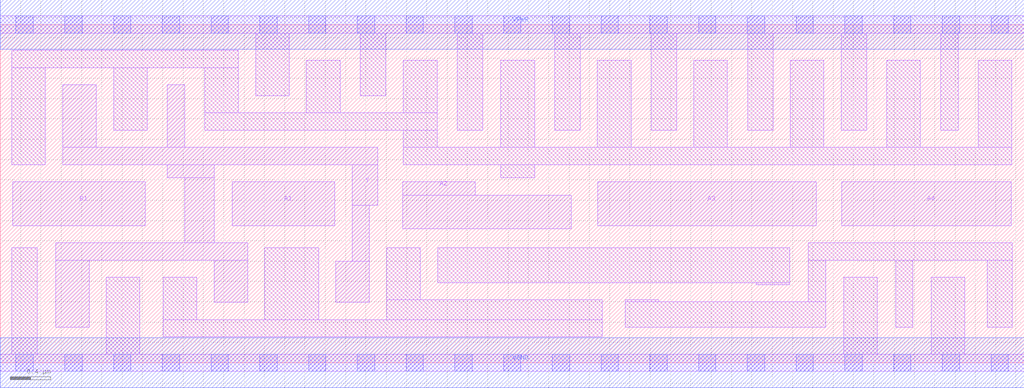
<source format=lef>
# Copyright 2020 The SkyWater PDK Authors
#
# Licensed under the Apache License, Version 2.0 (the "License");
# you may not use this file except in compliance with the License.
# You may obtain a copy of the License at
#
#     https://www.apache.org/licenses/LICENSE-2.0
#
# Unless required by applicable law or agreed to in writing, software
# distributed under the License is distributed on an "AS IS" BASIS,
# WITHOUT WARRANTIES OR CONDITIONS OF ANY KIND, either express or implied.
# See the License for the specific language governing permissions and
# limitations under the License.
#
# SPDX-License-Identifier: Apache-2.0

VERSION 5.7 ;
  NAMESCASESENSITIVE ON ;
  NOWIREEXTENSIONATPIN ON ;
  DIVIDERCHAR "/" ;
  BUSBITCHARS "[]" ;
UNITS
  DATABASE MICRONS 200 ;
END UNITS
MACRO sky130_fd_sc_ms__a41oi_4
  CLASS CORE ;
  SOURCE USER ;
  FOREIGN sky130_fd_sc_ms__a41oi_4 ;
  ORIGIN  0.000000  0.000000 ;
  SIZE  10.08000 BY  3.330000 ;
  SYMMETRY X Y ;
  SITE unit ;
  PIN A1
    ANTENNAGATEAREA  1.250400 ;
    DIRECTION INPUT ;
    USE SIGNAL ;
    PORT
      LAYER li1 ;
        RECT 2.285000 1.350000 3.295000 1.780000 ;
    END
  END A1
  PIN A2
    ANTENNAGATEAREA  1.250400 ;
    DIRECTION INPUT ;
    USE SIGNAL ;
    PORT
      LAYER li1 ;
        RECT 3.965000 1.320000 5.620000 1.650000 ;
        RECT 3.965000 1.650000 4.675000 1.780000 ;
    END
  END A2
  PIN A3
    ANTENNAGATEAREA  1.250400 ;
    DIRECTION INPUT ;
    USE SIGNAL ;
    PORT
      LAYER li1 ;
        RECT 5.885000 1.350000 8.035000 1.780000 ;
    END
  END A3
  PIN A4
    ANTENNAGATEAREA  1.250400 ;
    DIRECTION INPUT ;
    USE SIGNAL ;
    PORT
      LAYER li1 ;
        RECT 8.285000 1.350000 9.955000 1.780000 ;
    END
  END A4
  PIN B1
    ANTENNAGATEAREA  1.028400 ;
    DIRECTION INPUT ;
    USE SIGNAL ;
    PORT
      LAYER li1 ;
        RECT 0.125000 1.350000 1.430000 1.780000 ;
    END
  END B1
  PIN Y
    ANTENNADIFFAREA  1.380400 ;
    DIRECTION OUTPUT ;
    USE SIGNAL ;
    PORT
      LAYER li1 ;
        RECT 0.545000 0.350000 0.875000 1.010000 ;
        RECT 0.545000 1.010000 2.435000 1.180000 ;
        RECT 0.615000 1.950000 3.715000 2.120000 ;
        RECT 0.615000 2.120000 0.945000 2.735000 ;
        RECT 1.645000 1.820000 2.105000 1.950000 ;
        RECT 1.645000 2.120000 1.815000 2.735000 ;
        RECT 1.815000 1.180000 2.105000 1.820000 ;
        RECT 2.105000 0.595000 2.435000 1.010000 ;
        RECT 3.305000 0.595000 3.635000 1.000000 ;
        RECT 3.465000 1.000000 3.635000 1.550000 ;
        RECT 3.465000 1.550000 3.715000 1.950000 ;
    END
  END Y
  PIN VGND
    DIRECTION INOUT ;
    USE GROUND ;
    PORT
      LAYER met1 ;
        RECT 0.000000 -0.245000 10.080000 0.245000 ;
    END
  END VGND
  PIN VPWR
    DIRECTION INOUT ;
    USE POWER ;
    PORT
      LAYER met1 ;
        RECT 0.000000 3.085000 10.080000 3.575000 ;
    END
  END VPWR
  OBS
    LAYER li1 ;
      RECT 0.000000 -0.085000 10.080000 0.085000 ;
      RECT 0.000000  3.245000 10.080000 3.415000 ;
      RECT 0.115000  0.085000  0.365000 1.130000 ;
      RECT 0.115000  1.950000  0.445000 2.905000 ;
      RECT 0.115000  2.905000  2.345000 3.075000 ;
      RECT 1.045000  0.085000  1.375000 0.840000 ;
      RECT 1.115000  2.290000  1.445000 2.905000 ;
      RECT 1.605000  0.255000  5.925000 0.425000 ;
      RECT 1.605000  0.425000  1.935000 0.840000 ;
      RECT 2.015000  2.290000  4.300000 2.460000 ;
      RECT 2.015000  2.460000  2.345000 2.905000 ;
      RECT 2.515000  2.630000  2.845000 3.245000 ;
      RECT 2.605000  0.425000  3.135000 1.130000 ;
      RECT 3.015000  2.460000  3.345000 2.980000 ;
      RECT 3.545000  2.630000  3.795000 3.245000 ;
      RECT 3.805000  0.425000  5.925000 0.620000 ;
      RECT 3.805000  0.620000  4.135000 1.130000 ;
      RECT 3.970000  1.950000  9.960000 2.120000 ;
      RECT 3.970000  2.120000  4.300000 2.290000 ;
      RECT 3.970000  2.460000  4.300000 2.980000 ;
      RECT 4.305000  0.790000  7.775000 1.130000 ;
      RECT 4.500000  2.290000  4.750000 3.245000 ;
      RECT 4.930000  1.820000  5.260000 1.950000 ;
      RECT 4.930000  2.120000  5.260000 2.980000 ;
      RECT 5.460000  2.290000  5.710000 3.245000 ;
      RECT 5.880000  2.120000  6.210000 2.980000 ;
      RECT 6.155000  0.350000  8.125000 0.600000 ;
      RECT 6.155000  0.600000  6.485000 0.620000 ;
      RECT 6.410000  2.290000  6.660000 3.245000 ;
      RECT 6.830000  2.120000  7.160000 2.980000 ;
      RECT 7.360000  2.290000  7.610000 3.245000 ;
      RECT 7.445000  0.770000  7.775000 0.790000 ;
      RECT 7.780000  2.120000  8.110000 2.980000 ;
      RECT 7.955000  0.600000  8.125000 1.010000 ;
      RECT 7.955000  1.010000  9.965000 1.180000 ;
      RECT 8.280000  2.290000  8.530000 3.245000 ;
      RECT 8.305000  0.085000  8.635000 0.840000 ;
      RECT 8.730000  2.120000  9.060000 2.980000 ;
      RECT 8.815000  0.350000  8.985000 1.010000 ;
      RECT 9.165000  0.085000  9.495000 0.840000 ;
      RECT 9.260000  2.290000  9.430000 3.245000 ;
      RECT 9.630000  2.120000  9.960000 2.980000 ;
      RECT 9.715000  0.350000  9.965000 1.010000 ;
    LAYER mcon ;
      RECT 0.155000 -0.085000 0.325000 0.085000 ;
      RECT 0.155000  3.245000 0.325000 3.415000 ;
      RECT 0.635000 -0.085000 0.805000 0.085000 ;
      RECT 0.635000  3.245000 0.805000 3.415000 ;
      RECT 1.115000 -0.085000 1.285000 0.085000 ;
      RECT 1.115000  3.245000 1.285000 3.415000 ;
      RECT 1.595000 -0.085000 1.765000 0.085000 ;
      RECT 1.595000  3.245000 1.765000 3.415000 ;
      RECT 2.075000 -0.085000 2.245000 0.085000 ;
      RECT 2.075000  3.245000 2.245000 3.415000 ;
      RECT 2.555000 -0.085000 2.725000 0.085000 ;
      RECT 2.555000  3.245000 2.725000 3.415000 ;
      RECT 3.035000 -0.085000 3.205000 0.085000 ;
      RECT 3.035000  3.245000 3.205000 3.415000 ;
      RECT 3.515000 -0.085000 3.685000 0.085000 ;
      RECT 3.515000  3.245000 3.685000 3.415000 ;
      RECT 3.995000 -0.085000 4.165000 0.085000 ;
      RECT 3.995000  3.245000 4.165000 3.415000 ;
      RECT 4.475000 -0.085000 4.645000 0.085000 ;
      RECT 4.475000  3.245000 4.645000 3.415000 ;
      RECT 4.955000 -0.085000 5.125000 0.085000 ;
      RECT 4.955000  3.245000 5.125000 3.415000 ;
      RECT 5.435000 -0.085000 5.605000 0.085000 ;
      RECT 5.435000  3.245000 5.605000 3.415000 ;
      RECT 5.915000 -0.085000 6.085000 0.085000 ;
      RECT 5.915000  3.245000 6.085000 3.415000 ;
      RECT 6.395000 -0.085000 6.565000 0.085000 ;
      RECT 6.395000  3.245000 6.565000 3.415000 ;
      RECT 6.875000 -0.085000 7.045000 0.085000 ;
      RECT 6.875000  3.245000 7.045000 3.415000 ;
      RECT 7.355000 -0.085000 7.525000 0.085000 ;
      RECT 7.355000  3.245000 7.525000 3.415000 ;
      RECT 7.835000 -0.085000 8.005000 0.085000 ;
      RECT 7.835000  3.245000 8.005000 3.415000 ;
      RECT 8.315000 -0.085000 8.485000 0.085000 ;
      RECT 8.315000  3.245000 8.485000 3.415000 ;
      RECT 8.795000 -0.085000 8.965000 0.085000 ;
      RECT 8.795000  3.245000 8.965000 3.415000 ;
      RECT 9.275000 -0.085000 9.445000 0.085000 ;
      RECT 9.275000  3.245000 9.445000 3.415000 ;
      RECT 9.755000 -0.085000 9.925000 0.085000 ;
      RECT 9.755000  3.245000 9.925000 3.415000 ;
  END
END sky130_fd_sc_ms__a41oi_4

</source>
